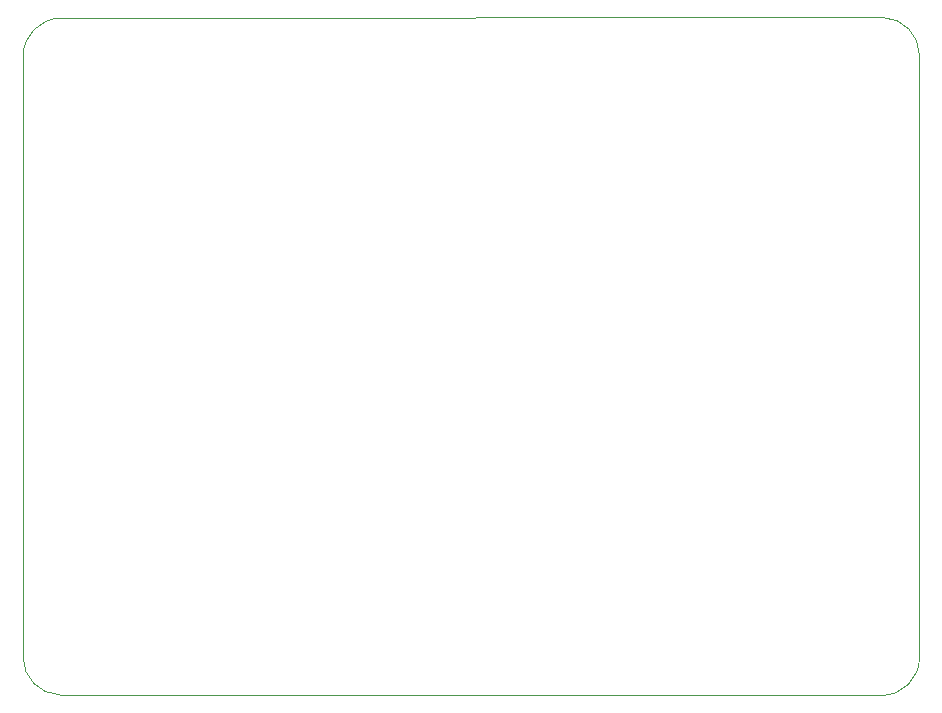
<source format=gbr>
%TF.GenerationSoftware,KiCad,Pcbnew,6.0.7-f9a2dced07~116~ubuntu22.04.1*%
%TF.CreationDate,2022-09-19T14:52:12-04:00*%
%TF.ProjectId,Main_Controller_PCB V0.1,4d61696e-5f43-46f6-9e74-726f6c6c6572,rev?*%
%TF.SameCoordinates,Original*%
%TF.FileFunction,Profile,NP*%
%FSLAX46Y46*%
G04 Gerber Fmt 4.6, Leading zero omitted, Abs format (unit mm)*
G04 Created by KiCad (PCBNEW 6.0.7-f9a2dced07~116~ubuntu22.04.1) date 2022-09-19 14:52:12*
%MOMM*%
%LPD*%
G01*
G04 APERTURE LIST*
%TA.AperFunction,Profile*%
%ADD10C,0.100000*%
%TD*%
G04 APERTURE END LIST*
D10*
X197750000Y-72650000D02*
X197750000Y-123650000D01*
X194550000Y-126850000D02*
X124950000Y-126800000D01*
X121862742Y-72712742D02*
X121850000Y-123600000D01*
X121849988Y-123600000D02*
G75*
G03*
X124950000Y-126800000I3201612J0D01*
G01*
X194550000Y-126850000D02*
G75*
G03*
X197750000Y-123650000I0J3200000D01*
G01*
X194650000Y-69450000D02*
X125062742Y-69512742D01*
X197750012Y-72650000D02*
G75*
G03*
X194650000Y-69450000I-3201612J0D01*
G01*
X125062742Y-69512742D02*
G75*
G03*
X121862742Y-72712742I-42J-3199958D01*
G01*
M02*

</source>
